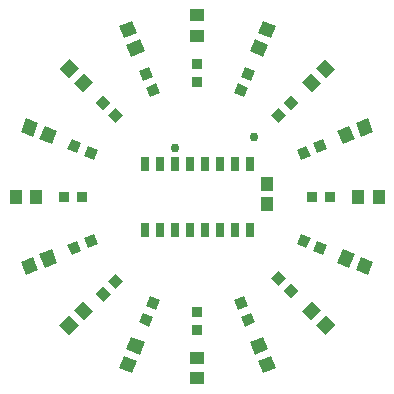
<source format=gts>
G75*
%MOIN*%
%OFA0B0*%
%FSLAX25Y25*%
%IPPOS*%
%LPD*%
%AMOC8*
5,1,8,0,0,1.08239X$1,22.5*
%
%ADD10R,0.03550X0.03550*%
%ADD11R,0.04731X0.04337*%
%ADD12R,0.03550X0.03550*%
%ADD13R,0.04337X0.04731*%
%ADD14R,0.02762X0.05124*%
%ADD15C,0.02978*%
D10*
X0072760Y0026894D03*
X0072760Y0032799D03*
X0111146Y0071185D03*
X0117051Y0071185D03*
X0072760Y0109571D03*
X0072760Y0115476D03*
X0034374Y0071185D03*
X0028469Y0071185D03*
D11*
X0072760Y0017445D03*
X0072760Y0010752D03*
X0072760Y0124925D03*
X0072760Y0131618D03*
D12*
G36*
X0090637Y0109783D02*
X0087358Y0111142D01*
X0088717Y0114421D01*
X0091996Y0113062D01*
X0090637Y0109783D01*
G37*
G36*
X0088377Y0104327D02*
X0085098Y0105686D01*
X0086457Y0108965D01*
X0089736Y0107606D01*
X0088377Y0104327D01*
G37*
G36*
X0099885Y0095800D02*
X0097375Y0098310D01*
X0099885Y0100820D01*
X0102395Y0098310D01*
X0099885Y0095800D01*
G37*
G36*
X0104060Y0099976D02*
X0101550Y0102486D01*
X0104060Y0104996D01*
X0106570Y0102486D01*
X0104060Y0099976D01*
G37*
G36*
X0112717Y0085783D02*
X0111358Y0089062D01*
X0114637Y0090421D01*
X0115996Y0087142D01*
X0112717Y0085783D01*
G37*
G36*
X0107261Y0083523D02*
X0105902Y0086802D01*
X0109181Y0088161D01*
X0110540Y0084882D01*
X0107261Y0083523D01*
G37*
G36*
X0105902Y0055528D02*
X0107261Y0058807D01*
X0110540Y0057448D01*
X0109181Y0054169D01*
X0105902Y0055528D01*
G37*
G36*
X0111358Y0053268D02*
X0112717Y0056547D01*
X0115996Y0055188D01*
X0114637Y0051909D01*
X0111358Y0053268D01*
G37*
G36*
X0097375Y0044021D02*
X0099885Y0046531D01*
X0102395Y0044021D01*
X0099885Y0041511D01*
X0097375Y0044021D01*
G37*
G36*
X0101550Y0039845D02*
X0104060Y0042355D01*
X0106570Y0039845D01*
X0104060Y0037335D01*
X0101550Y0039845D01*
G37*
G36*
X0087358Y0031224D02*
X0090637Y0032583D01*
X0091996Y0029304D01*
X0088717Y0027945D01*
X0087358Y0031224D01*
G37*
G36*
X0085098Y0036680D02*
X0088377Y0038039D01*
X0089736Y0034760D01*
X0086457Y0033401D01*
X0085098Y0036680D01*
G37*
G36*
X0057103Y0038039D02*
X0060382Y0036680D01*
X0059023Y0033401D01*
X0055744Y0034760D01*
X0057103Y0038039D01*
G37*
G36*
X0054843Y0032583D02*
X0058122Y0031224D01*
X0056763Y0027945D01*
X0053484Y0029304D01*
X0054843Y0032583D01*
G37*
G36*
X0045596Y0045468D02*
X0048106Y0042958D01*
X0045596Y0040448D01*
X0043086Y0042958D01*
X0045596Y0045468D01*
G37*
G36*
X0041420Y0041292D02*
X0043930Y0038782D01*
X0041420Y0036272D01*
X0038910Y0038782D01*
X0041420Y0041292D01*
G37*
G36*
X0032799Y0056547D02*
X0034158Y0053268D01*
X0030879Y0051909D01*
X0029520Y0055188D01*
X0032799Y0056547D01*
G37*
G36*
X0038255Y0058807D02*
X0039614Y0055528D01*
X0036335Y0054169D01*
X0034976Y0057448D01*
X0038255Y0058807D01*
G37*
G36*
X0039614Y0086802D02*
X0038255Y0083523D01*
X0034976Y0084882D01*
X0036335Y0088161D01*
X0039614Y0086802D01*
G37*
G36*
X0034158Y0089062D02*
X0032799Y0085783D01*
X0029520Y0087142D01*
X0030879Y0090421D01*
X0034158Y0089062D01*
G37*
G36*
X0048106Y0098310D02*
X0045596Y0095800D01*
X0043086Y0098310D01*
X0045596Y0100820D01*
X0048106Y0098310D01*
G37*
G36*
X0043930Y0102486D02*
X0041420Y0099976D01*
X0038910Y0102486D01*
X0041420Y0104996D01*
X0043930Y0102486D01*
G37*
G36*
X0058122Y0111142D02*
X0054843Y0109783D01*
X0053484Y0113062D01*
X0056763Y0114421D01*
X0058122Y0111142D01*
G37*
G36*
X0060382Y0105686D02*
X0057103Y0104327D01*
X0055744Y0107606D01*
X0059023Y0108965D01*
X0060382Y0105686D01*
G37*
D13*
G36*
X0033205Y0028286D02*
X0030139Y0025220D01*
X0026795Y0028564D01*
X0029861Y0031630D01*
X0033205Y0028286D01*
G37*
G36*
X0037937Y0033019D02*
X0034871Y0029953D01*
X0031527Y0033297D01*
X0034593Y0036363D01*
X0037937Y0033019D01*
G37*
G36*
X0055204Y0022618D02*
X0053545Y0018613D01*
X0049176Y0020424D01*
X0050835Y0024429D01*
X0055204Y0022618D01*
G37*
G36*
X0052643Y0016434D02*
X0050984Y0012429D01*
X0046615Y0014240D01*
X0048274Y0018245D01*
X0052643Y0016434D01*
G37*
G36*
X0026004Y0049260D02*
X0021999Y0047601D01*
X0020188Y0051970D01*
X0024193Y0053629D01*
X0026004Y0049260D01*
G37*
G36*
X0019820Y0046699D02*
X0015815Y0045040D01*
X0014004Y0049409D01*
X0018009Y0051068D01*
X0019820Y0046699D01*
G37*
X0019020Y0071185D03*
X0012327Y0071185D03*
G36*
X0024193Y0088701D02*
X0020188Y0090360D01*
X0021999Y0094729D01*
X0026004Y0093070D01*
X0024193Y0088701D01*
G37*
G36*
X0018009Y0091263D02*
X0014004Y0092922D01*
X0015815Y0097291D01*
X0019820Y0095632D01*
X0018009Y0091263D01*
G37*
G36*
X0034593Y0105968D02*
X0031527Y0109034D01*
X0034871Y0112378D01*
X0037937Y0109312D01*
X0034593Y0105968D01*
G37*
G36*
X0029861Y0110701D02*
X0026795Y0113767D01*
X0030139Y0117111D01*
X0033205Y0114045D01*
X0029861Y0110701D01*
G37*
G36*
X0048274Y0124085D02*
X0046615Y0128090D01*
X0050984Y0129901D01*
X0052643Y0125896D01*
X0048274Y0124085D01*
G37*
G36*
X0050835Y0117902D02*
X0049176Y0121907D01*
X0053545Y0123718D01*
X0055204Y0119713D01*
X0050835Y0117902D01*
G37*
G36*
X0090308Y0119713D02*
X0091967Y0123718D01*
X0096336Y0121907D01*
X0094677Y0117902D01*
X0090308Y0119713D01*
G37*
G36*
X0092869Y0125896D02*
X0094528Y0129901D01*
X0098897Y0128090D01*
X0097238Y0124085D01*
X0092869Y0125896D01*
G37*
G36*
X0107543Y0109312D02*
X0110609Y0112378D01*
X0113953Y0109034D01*
X0110887Y0105968D01*
X0107543Y0109312D01*
G37*
G36*
X0112275Y0114045D02*
X0115341Y0117111D01*
X0118685Y0113767D01*
X0115619Y0110701D01*
X0112275Y0114045D01*
G37*
G36*
X0125660Y0095632D02*
X0129665Y0097291D01*
X0131476Y0092922D01*
X0127471Y0091263D01*
X0125660Y0095632D01*
G37*
G36*
X0119477Y0093070D02*
X0123482Y0094729D01*
X0125293Y0090360D01*
X0121288Y0088701D01*
X0119477Y0093070D01*
G37*
X0126500Y0071185D03*
X0133193Y0071185D03*
G36*
X0121288Y0053629D02*
X0125293Y0051970D01*
X0123482Y0047601D01*
X0119477Y0049260D01*
X0121288Y0053629D01*
G37*
G36*
X0127471Y0051068D02*
X0131476Y0049409D01*
X0129665Y0045040D01*
X0125660Y0046699D01*
X0127471Y0051068D01*
G37*
G36*
X0110887Y0036363D02*
X0113953Y0033297D01*
X0110609Y0029953D01*
X0107543Y0033019D01*
X0110887Y0036363D01*
G37*
G36*
X0115619Y0031630D02*
X0118685Y0028564D01*
X0115341Y0025220D01*
X0112275Y0028286D01*
X0115619Y0031630D01*
G37*
G36*
X0097238Y0018245D02*
X0098897Y0014240D01*
X0094528Y0012429D01*
X0092869Y0016434D01*
X0097238Y0018245D01*
G37*
G36*
X0094677Y0024429D02*
X0096336Y0020424D01*
X0091967Y0018613D01*
X0090308Y0022618D01*
X0094677Y0024429D01*
G37*
X0095988Y0068626D03*
X0095988Y0075319D03*
D14*
X0090260Y0082209D03*
X0085260Y0082209D03*
X0080260Y0082209D03*
X0075260Y0082209D03*
X0070260Y0082209D03*
X0065260Y0082209D03*
X0060260Y0082209D03*
X0055260Y0082209D03*
X0055260Y0060161D03*
X0060260Y0060161D03*
X0065260Y0060161D03*
X0070260Y0060161D03*
X0075260Y0060161D03*
X0080260Y0060161D03*
X0085260Y0060161D03*
X0090260Y0060161D03*
D15*
X0065280Y0087327D03*
X0091657Y0091264D03*
M02*

</source>
